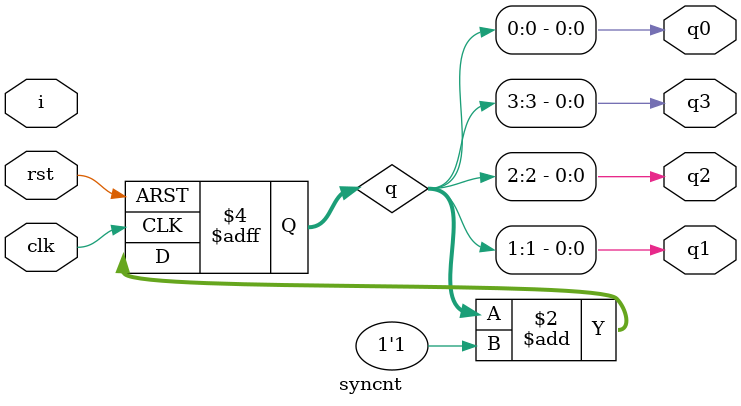
<source format=v>
module syncnt(i,rst,clk,q0,q1,q2,q3);
input i,clk,rst;
output reg q0,q1,q2,q3;
reg [3:0]q;



always @ (posedge clk, posedge rst) begin
if(rst)
q=4'b0000;
else begin
q<=q+1'b1;
end

end

always @ * begin
q0=q[0];
q1=q[1];
q2=q[2];
q3=q[3];
end
endmodule
</source>
